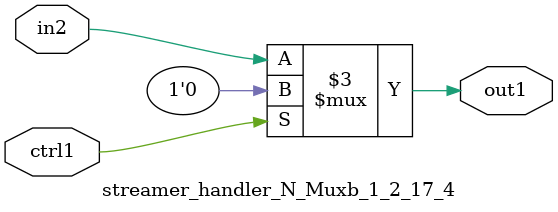
<source format=v>

`timescale 1ps / 1ps


module streamer_handler_N_Muxb_1_2_17_4( in2, ctrl1, out1 );

    input in2;
    input ctrl1;
    output out1;
    reg out1;

    
    // rtl_process:streamer_handler_N_Muxb_1_2_17_4/streamer_handler_N_Muxb_1_2_17_4_thread_1
    always @*
      begin : streamer_handler_N_Muxb_1_2_17_4_thread_1
        case (ctrl1) 
          1'b1: 
            begin
              out1 = 1'b0;
            end
          default: 
            begin
              out1 = in2;
            end
        endcase
      end

endmodule





</source>
